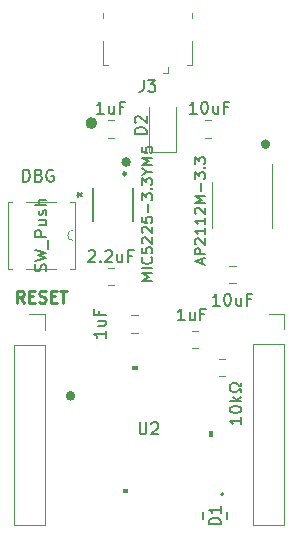
<source format=gbr>
G04 #@! TF.GenerationSoftware,KiCad,Pcbnew,(5.1.12-1-10_14)*
G04 #@! TF.CreationDate,2021-12-08T14:05:25-05:00*
G04 #@! TF.ProjectId,MinimalSAMD21,4d696e69-6d61-46c5-9341-4d4432312e6b,rev?*
G04 #@! TF.SameCoordinates,Original*
G04 #@! TF.FileFunction,Legend,Top*
G04 #@! TF.FilePolarity,Positive*
%FSLAX46Y46*%
G04 Gerber Fmt 4.6, Leading zero omitted, Abs format (unit mm)*
G04 Created by KiCad (PCBNEW (5.1.12-1-10_14)) date 2021-12-08 14:05:25*
%MOMM*%
%LPD*%
G01*
G04 APERTURE LIST*
%ADD10C,0.250000*%
%ADD11C,0.400000*%
%ADD12C,0.500000*%
%ADD13C,0.050000*%
%ADD14C,0.120000*%
%ADD15C,0.150000*%
%ADD16C,0.100000*%
%ADD17C,0.200000*%
%ADD18C,0.127000*%
G04 APERTURE END LIST*
D10*
X27547619Y-78202380D02*
X27214285Y-77726190D01*
X26976190Y-78202380D02*
X26976190Y-77202380D01*
X27357142Y-77202380D01*
X27452380Y-77250000D01*
X27500000Y-77297619D01*
X27547619Y-77392857D01*
X27547619Y-77535714D01*
X27500000Y-77630952D01*
X27452380Y-77678571D01*
X27357142Y-77726190D01*
X26976190Y-77726190D01*
X27976190Y-77678571D02*
X28309523Y-77678571D01*
X28452380Y-78202380D02*
X27976190Y-78202380D01*
X27976190Y-77202380D01*
X28452380Y-77202380D01*
X28833333Y-78154761D02*
X28976190Y-78202380D01*
X29214285Y-78202380D01*
X29309523Y-78154761D01*
X29357142Y-78107142D01*
X29404761Y-78011904D01*
X29404761Y-77916666D01*
X29357142Y-77821428D01*
X29309523Y-77773809D01*
X29214285Y-77726190D01*
X29023809Y-77678571D01*
X28928571Y-77630952D01*
X28880952Y-77583333D01*
X28833333Y-77488095D01*
X28833333Y-77392857D01*
X28880952Y-77297619D01*
X28928571Y-77250000D01*
X29023809Y-77202380D01*
X29261904Y-77202380D01*
X29404761Y-77250000D01*
X29833333Y-77678571D02*
X30166666Y-77678571D01*
X30309523Y-78202380D02*
X29833333Y-78202380D01*
X29833333Y-77202380D01*
X30309523Y-77202380D01*
X30595238Y-77202380D02*
X31166666Y-77202380D01*
X30880952Y-78202380D02*
X30880952Y-77202380D01*
D11*
X36400000Y-66300000D02*
G75*
G03*
X36400000Y-66300000I-200000J0D01*
G01*
X48200000Y-64800000D02*
G75*
G03*
X48200000Y-64800000I-200000J0D01*
G01*
X31696000Y-86106000D02*
G75*
G03*
X31696000Y-86106000I-200000J0D01*
G01*
D12*
X33500000Y-63000000D02*
G75*
G03*
X33500000Y-63000000I-250000J0D01*
G01*
D13*
X31705100Y-72950850D02*
G75*
G02*
X31705100Y-72049150I0J450850D01*
G01*
D14*
X26167900Y-69667900D02*
X26167900Y-75332100D01*
X26167900Y-75332100D02*
X26533660Y-75332100D01*
X31832100Y-75332100D02*
X31832100Y-69667900D01*
X31832100Y-69667900D02*
X31466340Y-69667900D01*
X30242060Y-69667900D02*
X27757940Y-69667900D01*
X26533660Y-69667900D02*
X26167900Y-69667900D01*
X27757940Y-75332100D02*
X30242060Y-75332100D01*
X31466340Y-75332100D02*
X31832100Y-75332100D01*
D10*
X36175000Y-67296900D02*
G75*
G03*
X36175000Y-67296900I-125000J0D01*
G01*
D15*
X36800000Y-68500000D02*
X36800000Y-71300000D01*
X33400000Y-68500000D02*
X33400000Y-71300000D01*
D16*
G36*
X35909499Y-94009599D02*
G01*
X35909499Y-94263599D01*
X36290499Y-94263599D01*
X36290499Y-94009599D01*
X35909499Y-94009599D01*
G37*
X35909499Y-94009599D02*
X35909499Y-94263599D01*
X36290499Y-94263599D01*
X36290499Y-94009599D01*
X35909499Y-94009599D01*
G36*
X43463599Y-89109499D02*
G01*
X43463599Y-89490499D01*
X43209599Y-89490499D01*
X43209599Y-89109499D01*
X43463599Y-89109499D01*
G37*
X43463599Y-89109499D02*
X43463599Y-89490499D01*
X43209599Y-89490499D01*
X43209599Y-89109499D01*
X43463599Y-89109499D01*
G36*
X36709500Y-83790401D02*
G01*
X36709500Y-83536401D01*
X37090500Y-83536401D01*
X37090500Y-83790401D01*
X36709500Y-83790401D01*
G37*
X36709500Y-83790401D02*
X36709500Y-83536401D01*
X37090500Y-83536401D01*
X37090500Y-83790401D01*
X36709500Y-83790401D01*
D14*
X48560000Y-69900000D02*
X48560000Y-66450000D01*
X48560000Y-69900000D02*
X48560000Y-71850000D01*
X43440000Y-69900000D02*
X43440000Y-67950000D01*
X43440000Y-69900000D02*
X43440000Y-71850000D01*
X44527064Y-82965000D02*
X44072936Y-82965000D01*
X44527064Y-84435000D02*
X44072936Y-84435000D01*
X48260000Y-79130000D02*
X49590000Y-79130000D01*
X49590000Y-79130000D02*
X49590000Y-80460000D01*
X49590000Y-81730000D02*
X49590000Y-97030000D01*
X46930000Y-97030000D02*
X49590000Y-97030000D01*
X46930000Y-81730000D02*
X46930000Y-97030000D01*
X46930000Y-81730000D02*
X49590000Y-81730000D01*
X34250000Y-56080000D02*
X34250000Y-58060000D01*
X34250000Y-58060000D02*
X34670000Y-58060000D01*
X34250000Y-54110000D02*
X34250000Y-53710000D01*
X41770000Y-53710000D02*
X41770000Y-54110000D01*
X41770000Y-56080000D02*
X41770000Y-58060000D01*
X41770000Y-58060000D02*
X41350000Y-58060000D01*
X39320000Y-58740000D02*
X39770000Y-58740000D01*
X39770000Y-58290000D02*
X39770000Y-58740000D01*
X28000000Y-79170000D02*
X29330000Y-79170000D01*
X29330000Y-79170000D02*
X29330000Y-80500000D01*
X29330000Y-81770000D02*
X29330000Y-97070000D01*
X26670000Y-97070000D02*
X29330000Y-97070000D01*
X26670000Y-81770000D02*
X26670000Y-97070000D01*
X26670000Y-81770000D02*
X29330000Y-81770000D01*
X40435000Y-65485000D02*
X40435000Y-61600000D01*
X38165000Y-65485000D02*
X40435000Y-65485000D01*
X38165000Y-61600000D02*
X38165000Y-65485000D01*
D17*
X44432956Y-94430000D02*
G75*
G03*
X44432956Y-94430000I-102956J0D01*
G01*
D18*
X42700000Y-95900000D02*
X42700000Y-96500000D01*
X44700000Y-95900000D02*
X44700000Y-96500000D01*
D14*
X35161252Y-75265000D02*
X34638748Y-75265000D01*
X35161252Y-76735000D02*
X34638748Y-76735000D01*
X36638748Y-80735000D02*
X37161252Y-80735000D01*
X36638748Y-79265000D02*
X37161252Y-79265000D01*
X41738748Y-82035000D02*
X42261252Y-82035000D01*
X41738748Y-80565000D02*
X42261252Y-80565000D01*
X35161252Y-62765000D02*
X34638748Y-62765000D01*
X35161252Y-64235000D02*
X34638748Y-64235000D01*
X44938748Y-76535000D02*
X45461252Y-76535000D01*
X44938748Y-75065000D02*
X45461252Y-75065000D01*
X42838748Y-64235000D02*
X43361252Y-64235000D01*
X42838748Y-62765000D02*
X43361252Y-62765000D01*
D15*
X27488095Y-67952380D02*
X27488095Y-66952380D01*
X27726190Y-66952380D01*
X27869047Y-67000000D01*
X27964285Y-67095238D01*
X28011904Y-67190476D01*
X28059523Y-67380952D01*
X28059523Y-67523809D01*
X28011904Y-67714285D01*
X27964285Y-67809523D01*
X27869047Y-67904761D01*
X27726190Y-67952380D01*
X27488095Y-67952380D01*
X28821428Y-67428571D02*
X28964285Y-67476190D01*
X29011904Y-67523809D01*
X29059523Y-67619047D01*
X29059523Y-67761904D01*
X29011904Y-67857142D01*
X28964285Y-67904761D01*
X28869047Y-67952380D01*
X28488095Y-67952380D01*
X28488095Y-66952380D01*
X28821428Y-66952380D01*
X28916666Y-67000000D01*
X28964285Y-67047619D01*
X29011904Y-67142857D01*
X29011904Y-67238095D01*
X28964285Y-67333333D01*
X28916666Y-67380952D01*
X28821428Y-67428571D01*
X28488095Y-67428571D01*
X30011904Y-67000000D02*
X29916666Y-66952380D01*
X29773809Y-66952380D01*
X29630952Y-67000000D01*
X29535714Y-67095238D01*
X29488095Y-67190476D01*
X29440476Y-67380952D01*
X29440476Y-67523809D01*
X29488095Y-67714285D01*
X29535714Y-67809523D01*
X29630952Y-67904761D01*
X29773809Y-67952380D01*
X29869047Y-67952380D01*
X30011904Y-67904761D01*
X30059523Y-67857142D01*
X30059523Y-67523809D01*
X29869047Y-67523809D01*
X29404761Y-75547619D02*
X29452380Y-75404761D01*
X29452380Y-75166666D01*
X29404761Y-75071428D01*
X29357142Y-75023809D01*
X29261904Y-74976190D01*
X29166666Y-74976190D01*
X29071428Y-75023809D01*
X29023809Y-75071428D01*
X28976190Y-75166666D01*
X28928571Y-75357142D01*
X28880952Y-75452380D01*
X28833333Y-75500000D01*
X28738095Y-75547619D01*
X28642857Y-75547619D01*
X28547619Y-75500000D01*
X28500000Y-75452380D01*
X28452380Y-75357142D01*
X28452380Y-75119047D01*
X28500000Y-74976190D01*
X28452380Y-74642857D02*
X29452380Y-74404761D01*
X28738095Y-74214285D01*
X29452380Y-74023809D01*
X28452380Y-73785714D01*
X29547619Y-73642857D02*
X29547619Y-72880952D01*
X29452380Y-72642857D02*
X28452380Y-72642857D01*
X28452380Y-72261904D01*
X28500000Y-72166666D01*
X28547619Y-72119047D01*
X28642857Y-72071428D01*
X28785714Y-72071428D01*
X28880952Y-72119047D01*
X28928571Y-72166666D01*
X28976190Y-72261904D01*
X28976190Y-72642857D01*
X28785714Y-71214285D02*
X29452380Y-71214285D01*
X28785714Y-71642857D02*
X29309523Y-71642857D01*
X29404761Y-71595238D01*
X29452380Y-71500000D01*
X29452380Y-71357142D01*
X29404761Y-71261904D01*
X29357142Y-71214285D01*
X29404761Y-70785714D02*
X29452380Y-70690476D01*
X29452380Y-70500000D01*
X29404761Y-70404761D01*
X29309523Y-70357142D01*
X29261904Y-70357142D01*
X29166666Y-70404761D01*
X29119047Y-70500000D01*
X29119047Y-70642857D01*
X29071428Y-70738095D01*
X28976190Y-70785714D01*
X28928571Y-70785714D01*
X28833333Y-70738095D01*
X28785714Y-70642857D01*
X28785714Y-70500000D01*
X28833333Y-70404761D01*
X29452380Y-69928571D02*
X28452380Y-69928571D01*
X29452380Y-69500000D02*
X28928571Y-69500000D01*
X28833333Y-69547619D01*
X28785714Y-69642857D01*
X28785714Y-69785714D01*
X28833333Y-69880952D01*
X28880952Y-69928571D01*
X32008380Y-69064650D02*
X32246476Y-69064650D01*
X32151238Y-69302745D02*
X32246476Y-69064650D01*
X32151238Y-68826554D01*
X32436952Y-69207507D02*
X32246476Y-69064650D01*
X32436952Y-68921792D01*
X32008380Y-69064650D02*
X32246476Y-69064650D01*
X32151238Y-69302745D02*
X32246476Y-69064650D01*
X32151238Y-68826554D01*
X32436952Y-69207507D02*
X32246476Y-69064650D01*
X32436952Y-68921792D01*
X38407142Y-76335714D02*
X37507142Y-76335714D01*
X38150000Y-76035714D01*
X37507142Y-75735714D01*
X38407142Y-75735714D01*
X38407142Y-75307142D02*
X37507142Y-75307142D01*
X38321428Y-74364285D02*
X38364285Y-74407142D01*
X38407142Y-74535714D01*
X38407142Y-74621428D01*
X38364285Y-74750000D01*
X38278571Y-74835714D01*
X38192857Y-74878571D01*
X38021428Y-74921428D01*
X37892857Y-74921428D01*
X37721428Y-74878571D01*
X37635714Y-74835714D01*
X37550000Y-74750000D01*
X37507142Y-74621428D01*
X37507142Y-74535714D01*
X37550000Y-74407142D01*
X37592857Y-74364285D01*
X37507142Y-73550000D02*
X37507142Y-73978571D01*
X37935714Y-74021428D01*
X37892857Y-73978571D01*
X37850000Y-73892857D01*
X37850000Y-73678571D01*
X37892857Y-73592857D01*
X37935714Y-73550000D01*
X38021428Y-73507142D01*
X38235714Y-73507142D01*
X38321428Y-73550000D01*
X38364285Y-73592857D01*
X38407142Y-73678571D01*
X38407142Y-73892857D01*
X38364285Y-73978571D01*
X38321428Y-74021428D01*
X37592857Y-73164285D02*
X37550000Y-73121428D01*
X37507142Y-73035714D01*
X37507142Y-72821428D01*
X37550000Y-72735714D01*
X37592857Y-72692857D01*
X37678571Y-72650000D01*
X37764285Y-72650000D01*
X37892857Y-72692857D01*
X38407142Y-73207142D01*
X38407142Y-72650000D01*
X37592857Y-72307142D02*
X37550000Y-72264285D01*
X37507142Y-72178571D01*
X37507142Y-71964285D01*
X37550000Y-71878571D01*
X37592857Y-71835714D01*
X37678571Y-71792857D01*
X37764285Y-71792857D01*
X37892857Y-71835714D01*
X38407142Y-72350000D01*
X38407142Y-71792857D01*
X37507142Y-70978571D02*
X37507142Y-71407142D01*
X37935714Y-71450000D01*
X37892857Y-71407142D01*
X37850000Y-71321428D01*
X37850000Y-71107142D01*
X37892857Y-71021428D01*
X37935714Y-70978571D01*
X38021428Y-70935714D01*
X38235714Y-70935714D01*
X38321428Y-70978571D01*
X38364285Y-71021428D01*
X38407142Y-71107142D01*
X38407142Y-71321428D01*
X38364285Y-71407142D01*
X38321428Y-71450000D01*
X38064285Y-70550000D02*
X38064285Y-69864285D01*
X37507142Y-69521428D02*
X37507142Y-68964285D01*
X37850000Y-69264285D01*
X37850000Y-69135714D01*
X37892857Y-69050000D01*
X37935714Y-69007142D01*
X38021428Y-68964285D01*
X38235714Y-68964285D01*
X38321428Y-69007142D01*
X38364285Y-69050000D01*
X38407142Y-69135714D01*
X38407142Y-69392857D01*
X38364285Y-69478571D01*
X38321428Y-69521428D01*
X38321428Y-68578571D02*
X38364285Y-68535714D01*
X38407142Y-68578571D01*
X38364285Y-68621428D01*
X38321428Y-68578571D01*
X38407142Y-68578571D01*
X37507142Y-68235714D02*
X37507142Y-67678571D01*
X37850000Y-67978571D01*
X37850000Y-67850000D01*
X37892857Y-67764285D01*
X37935714Y-67721428D01*
X38021428Y-67678571D01*
X38235714Y-67678571D01*
X38321428Y-67721428D01*
X38364285Y-67764285D01*
X38407142Y-67850000D01*
X38407142Y-68107142D01*
X38364285Y-68192857D01*
X38321428Y-68235714D01*
X37978571Y-67121428D02*
X38407142Y-67121428D01*
X37507142Y-67421428D02*
X37978571Y-67121428D01*
X37507142Y-66821428D01*
X38407142Y-66521428D02*
X37507142Y-66521428D01*
X38150000Y-66221428D01*
X37507142Y-65921428D01*
X38407142Y-65921428D01*
X37507142Y-65064285D02*
X37507142Y-65492857D01*
X37935714Y-65535714D01*
X37892857Y-65492857D01*
X37850000Y-65407142D01*
X37850000Y-65192857D01*
X37892857Y-65107142D01*
X37935714Y-65064285D01*
X38021428Y-65021428D01*
X38235714Y-65021428D01*
X38321428Y-65064285D01*
X38364285Y-65107142D01*
X38407142Y-65192857D01*
X38407142Y-65407142D01*
X38364285Y-65492857D01*
X38321428Y-65535714D01*
X37338095Y-88352380D02*
X37338095Y-89161904D01*
X37385714Y-89257142D01*
X37433333Y-89304761D01*
X37528571Y-89352380D01*
X37719047Y-89352380D01*
X37814285Y-89304761D01*
X37861904Y-89257142D01*
X37909523Y-89161904D01*
X37909523Y-88352380D01*
X38338095Y-88447619D02*
X38385714Y-88400000D01*
X38480952Y-88352380D01*
X38719047Y-88352380D01*
X38814285Y-88400000D01*
X38861904Y-88447619D01*
X38909523Y-88542857D01*
X38909523Y-88638095D01*
X38861904Y-88780952D01*
X38290476Y-89352380D01*
X38909523Y-89352380D01*
X42650000Y-74921428D02*
X42650000Y-74492857D01*
X42907142Y-75007142D02*
X42007142Y-74707142D01*
X42907142Y-74407142D01*
X42907142Y-74107142D02*
X42007142Y-74107142D01*
X42007142Y-73764285D01*
X42050000Y-73678571D01*
X42092857Y-73635714D01*
X42178571Y-73592857D01*
X42307142Y-73592857D01*
X42392857Y-73635714D01*
X42435714Y-73678571D01*
X42478571Y-73764285D01*
X42478571Y-74107142D01*
X42092857Y-73250000D02*
X42050000Y-73207142D01*
X42007142Y-73121428D01*
X42007142Y-72907142D01*
X42050000Y-72821428D01*
X42092857Y-72778571D01*
X42178571Y-72735714D01*
X42264285Y-72735714D01*
X42392857Y-72778571D01*
X42907142Y-73292857D01*
X42907142Y-72735714D01*
X42907142Y-71878571D02*
X42907142Y-72392857D01*
X42907142Y-72135714D02*
X42007142Y-72135714D01*
X42135714Y-72221428D01*
X42221428Y-72307142D01*
X42264285Y-72392857D01*
X42907142Y-71021428D02*
X42907142Y-71535714D01*
X42907142Y-71278571D02*
X42007142Y-71278571D01*
X42135714Y-71364285D01*
X42221428Y-71450000D01*
X42264285Y-71535714D01*
X42092857Y-70678571D02*
X42050000Y-70635714D01*
X42007142Y-70550000D01*
X42007142Y-70335714D01*
X42050000Y-70250000D01*
X42092857Y-70207142D01*
X42178571Y-70164285D01*
X42264285Y-70164285D01*
X42392857Y-70207142D01*
X42907142Y-70721428D01*
X42907142Y-70164285D01*
X42907142Y-69778571D02*
X42007142Y-69778571D01*
X42650000Y-69478571D01*
X42007142Y-69178571D01*
X42907142Y-69178571D01*
X42564285Y-68750000D02*
X42564285Y-68064285D01*
X42007142Y-67721428D02*
X42007142Y-67164285D01*
X42350000Y-67464285D01*
X42350000Y-67335714D01*
X42392857Y-67250000D01*
X42435714Y-67207142D01*
X42521428Y-67164285D01*
X42735714Y-67164285D01*
X42821428Y-67207142D01*
X42864285Y-67250000D01*
X42907142Y-67335714D01*
X42907142Y-67592857D01*
X42864285Y-67678571D01*
X42821428Y-67721428D01*
X42821428Y-66778571D02*
X42864285Y-66735714D01*
X42907142Y-66778571D01*
X42864285Y-66821428D01*
X42821428Y-66778571D01*
X42907142Y-66778571D01*
X42007142Y-66435714D02*
X42007142Y-65878571D01*
X42350000Y-66178571D01*
X42350000Y-66050000D01*
X42392857Y-65964285D01*
X42435714Y-65921428D01*
X42521428Y-65878571D01*
X42735714Y-65878571D01*
X42821428Y-65921428D01*
X42864285Y-65964285D01*
X42907142Y-66050000D01*
X42907142Y-66307142D01*
X42864285Y-66392857D01*
X42821428Y-66435714D01*
X45952380Y-87916666D02*
X45952380Y-88488095D01*
X45952380Y-88202380D02*
X44952380Y-88202380D01*
X45095238Y-88297619D01*
X45190476Y-88392857D01*
X45238095Y-88488095D01*
X44952380Y-87297619D02*
X44952380Y-87202380D01*
X45000000Y-87107142D01*
X45047619Y-87059523D01*
X45142857Y-87011904D01*
X45333333Y-86964285D01*
X45571428Y-86964285D01*
X45761904Y-87011904D01*
X45857142Y-87059523D01*
X45904761Y-87107142D01*
X45952380Y-87202380D01*
X45952380Y-87297619D01*
X45904761Y-87392857D01*
X45857142Y-87440476D01*
X45761904Y-87488095D01*
X45571428Y-87535714D01*
X45333333Y-87535714D01*
X45142857Y-87488095D01*
X45047619Y-87440476D01*
X45000000Y-87392857D01*
X44952380Y-87297619D01*
X45952380Y-86535714D02*
X44952380Y-86535714D01*
X45571428Y-86440476D02*
X45952380Y-86154761D01*
X45285714Y-86154761D02*
X45666666Y-86535714D01*
X45952380Y-85773809D02*
X45952380Y-85535714D01*
X45761904Y-85535714D01*
X45714285Y-85630952D01*
X45619047Y-85726190D01*
X45476190Y-85773809D01*
X45238095Y-85773809D01*
X45095238Y-85726190D01*
X45000000Y-85630952D01*
X44952380Y-85488095D01*
X44952380Y-85297619D01*
X45000000Y-85154761D01*
X45095238Y-85059523D01*
X45238095Y-85011904D01*
X45476190Y-85011904D01*
X45619047Y-85059523D01*
X45714285Y-85154761D01*
X45761904Y-85250000D01*
X45952380Y-85250000D01*
X45952380Y-85011904D01*
X37676666Y-59352380D02*
X37676666Y-60066666D01*
X37629047Y-60209523D01*
X37533809Y-60304761D01*
X37390952Y-60352380D01*
X37295714Y-60352380D01*
X38057619Y-59352380D02*
X38676666Y-59352380D01*
X38343333Y-59733333D01*
X38486190Y-59733333D01*
X38581428Y-59780952D01*
X38629047Y-59828571D01*
X38676666Y-59923809D01*
X38676666Y-60161904D01*
X38629047Y-60257142D01*
X38581428Y-60304761D01*
X38486190Y-60352380D01*
X38200476Y-60352380D01*
X38105238Y-60304761D01*
X38057619Y-60257142D01*
X37932380Y-63938095D02*
X36932380Y-63938095D01*
X36932380Y-63700000D01*
X36980000Y-63557142D01*
X37075238Y-63461904D01*
X37170476Y-63414285D01*
X37360952Y-63366666D01*
X37503809Y-63366666D01*
X37694285Y-63414285D01*
X37789523Y-63461904D01*
X37884761Y-63557142D01*
X37932380Y-63700000D01*
X37932380Y-63938095D01*
X37027619Y-62985714D02*
X36980000Y-62938095D01*
X36932380Y-62842857D01*
X36932380Y-62604761D01*
X36980000Y-62509523D01*
X37027619Y-62461904D01*
X37122857Y-62414285D01*
X37218095Y-62414285D01*
X37360952Y-62461904D01*
X37932380Y-63033333D01*
X37932380Y-62414285D01*
X44202430Y-96988176D02*
X43202320Y-96988176D01*
X43202320Y-96750055D01*
X43249945Y-96607182D01*
X43345193Y-96511933D01*
X43440442Y-96464309D01*
X43630939Y-96416685D01*
X43773812Y-96416685D01*
X43964309Y-96464309D01*
X44059557Y-96511933D01*
X44154806Y-96607182D01*
X44202430Y-96750055D01*
X44202430Y-96988176D01*
X44202430Y-95464199D02*
X44202430Y-96035690D01*
X44202430Y-95749945D02*
X43202320Y-95749945D01*
X43345193Y-95845193D01*
X43440442Y-95940442D01*
X43488066Y-96035690D01*
X33019047Y-73867619D02*
X33066666Y-73820000D01*
X33161904Y-73772380D01*
X33400000Y-73772380D01*
X33495238Y-73820000D01*
X33542857Y-73867619D01*
X33590476Y-73962857D01*
X33590476Y-74058095D01*
X33542857Y-74200952D01*
X32971428Y-74772380D01*
X33590476Y-74772380D01*
X34019047Y-74677142D02*
X34066666Y-74724761D01*
X34019047Y-74772380D01*
X33971428Y-74724761D01*
X34019047Y-74677142D01*
X34019047Y-74772380D01*
X34447619Y-73867619D02*
X34495238Y-73820000D01*
X34590476Y-73772380D01*
X34828571Y-73772380D01*
X34923809Y-73820000D01*
X34971428Y-73867619D01*
X35019047Y-73962857D01*
X35019047Y-74058095D01*
X34971428Y-74200952D01*
X34400000Y-74772380D01*
X35019047Y-74772380D01*
X35876190Y-74105714D02*
X35876190Y-74772380D01*
X35447619Y-74105714D02*
X35447619Y-74629523D01*
X35495238Y-74724761D01*
X35590476Y-74772380D01*
X35733333Y-74772380D01*
X35828571Y-74724761D01*
X35876190Y-74677142D01*
X36685714Y-74248571D02*
X36352380Y-74248571D01*
X36352380Y-74772380D02*
X36352380Y-73772380D01*
X36828571Y-73772380D01*
X34452380Y-80595238D02*
X34452380Y-81166666D01*
X34452380Y-80880952D02*
X33452380Y-80880952D01*
X33595238Y-80976190D01*
X33690476Y-81071428D01*
X33738095Y-81166666D01*
X33785714Y-79738095D02*
X34452380Y-79738095D01*
X33785714Y-80166666D02*
X34309523Y-80166666D01*
X34404761Y-80119047D01*
X34452380Y-80023809D01*
X34452380Y-79880952D01*
X34404761Y-79785714D01*
X34357142Y-79738095D01*
X33928571Y-78928571D02*
X33928571Y-79261904D01*
X34452380Y-79261904D02*
X33452380Y-79261904D01*
X33452380Y-78785714D01*
X41154761Y-79702380D02*
X40583333Y-79702380D01*
X40869047Y-79702380D02*
X40869047Y-78702380D01*
X40773809Y-78845238D01*
X40678571Y-78940476D01*
X40583333Y-78988095D01*
X42011904Y-79035714D02*
X42011904Y-79702380D01*
X41583333Y-79035714D02*
X41583333Y-79559523D01*
X41630952Y-79654761D01*
X41726190Y-79702380D01*
X41869047Y-79702380D01*
X41964285Y-79654761D01*
X42011904Y-79607142D01*
X42821428Y-79178571D02*
X42488095Y-79178571D01*
X42488095Y-79702380D02*
X42488095Y-78702380D01*
X42964285Y-78702380D01*
X34304761Y-62202380D02*
X33733333Y-62202380D01*
X34019047Y-62202380D02*
X34019047Y-61202380D01*
X33923809Y-61345238D01*
X33828571Y-61440476D01*
X33733333Y-61488095D01*
X35161904Y-61535714D02*
X35161904Y-62202380D01*
X34733333Y-61535714D02*
X34733333Y-62059523D01*
X34780952Y-62154761D01*
X34876190Y-62202380D01*
X35019047Y-62202380D01*
X35114285Y-62154761D01*
X35161904Y-62107142D01*
X35971428Y-61678571D02*
X35638095Y-61678571D01*
X35638095Y-62202380D02*
X35638095Y-61202380D01*
X36114285Y-61202380D01*
X44128571Y-78452380D02*
X43557142Y-78452380D01*
X43842857Y-78452380D02*
X43842857Y-77452380D01*
X43747619Y-77595238D01*
X43652380Y-77690476D01*
X43557142Y-77738095D01*
X44747619Y-77452380D02*
X44842857Y-77452380D01*
X44938095Y-77500000D01*
X44985714Y-77547619D01*
X45033333Y-77642857D01*
X45080952Y-77833333D01*
X45080952Y-78071428D01*
X45033333Y-78261904D01*
X44985714Y-78357142D01*
X44938095Y-78404761D01*
X44842857Y-78452380D01*
X44747619Y-78452380D01*
X44652380Y-78404761D01*
X44604761Y-78357142D01*
X44557142Y-78261904D01*
X44509523Y-78071428D01*
X44509523Y-77833333D01*
X44557142Y-77642857D01*
X44604761Y-77547619D01*
X44652380Y-77500000D01*
X44747619Y-77452380D01*
X45938095Y-77785714D02*
X45938095Y-78452380D01*
X45509523Y-77785714D02*
X45509523Y-78309523D01*
X45557142Y-78404761D01*
X45652380Y-78452380D01*
X45795238Y-78452380D01*
X45890476Y-78404761D01*
X45938095Y-78357142D01*
X46747619Y-77928571D02*
X46414285Y-77928571D01*
X46414285Y-78452380D02*
X46414285Y-77452380D01*
X46890476Y-77452380D01*
X42178571Y-62202380D02*
X41607142Y-62202380D01*
X41892857Y-62202380D02*
X41892857Y-61202380D01*
X41797619Y-61345238D01*
X41702380Y-61440476D01*
X41607142Y-61488095D01*
X42797619Y-61202380D02*
X42892857Y-61202380D01*
X42988095Y-61250000D01*
X43035714Y-61297619D01*
X43083333Y-61392857D01*
X43130952Y-61583333D01*
X43130952Y-61821428D01*
X43083333Y-62011904D01*
X43035714Y-62107142D01*
X42988095Y-62154761D01*
X42892857Y-62202380D01*
X42797619Y-62202380D01*
X42702380Y-62154761D01*
X42654761Y-62107142D01*
X42607142Y-62011904D01*
X42559523Y-61821428D01*
X42559523Y-61583333D01*
X42607142Y-61392857D01*
X42654761Y-61297619D01*
X42702380Y-61250000D01*
X42797619Y-61202380D01*
X43988095Y-61535714D02*
X43988095Y-62202380D01*
X43559523Y-61535714D02*
X43559523Y-62059523D01*
X43607142Y-62154761D01*
X43702380Y-62202380D01*
X43845238Y-62202380D01*
X43940476Y-62154761D01*
X43988095Y-62107142D01*
X44797619Y-61678571D02*
X44464285Y-61678571D01*
X44464285Y-62202380D02*
X44464285Y-61202380D01*
X44940476Y-61202380D01*
M02*

</source>
